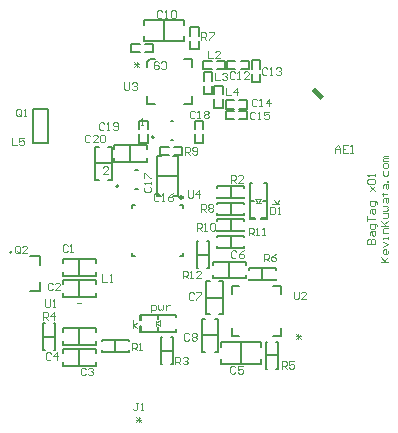
<source format=gto>
G04 Layer_Color=65535*
%FSLAX25Y25*%
%MOIN*%
G70*
G01*
G75*
%ADD36C,0.00600*%
%ADD44C,0.00000*%
%ADD45C,0.00787*%
%ADD46C,0.00984*%
%ADD47C,0.00394*%
%ADD48C,0.00591*%
%ADD49C,0.00500*%
%ADD50C,0.00250*%
G36*
X108Y8506D02*
X-1007Y7390D01*
X-4086Y10469D01*
X-2970Y11584D01*
X108Y8506D01*
D02*
G37*
D36*
X-81927Y-60478D02*
G03*
X-80927Y-60487I510J1093D01*
G01*
X-14217Y-57283D02*
Y-54783D01*
Y-71183D02*
Y-68683D01*
X-30617Y-71183D02*
X-28117D01*
X-30617Y-57283D02*
Y-54783D01*
X-16717D02*
X-14217D01*
X-16717Y-71183D02*
X-14217D01*
X-30617Y-54783D02*
X-28117D01*
X-30617Y-71183D02*
Y-68683D01*
X-96948Y-6842D02*
Y4358D01*
Y-6842D02*
X-91748D01*
Y4358D01*
X-96948D02*
X-91748D01*
D44*
X-103910Y-43396D02*
G03*
X-103910Y-43396I-394J0D01*
G01*
D45*
X-68420Y-21348D02*
G03*
X-68420Y-21348I-394J0D01*
G01*
X-56605Y-5124D02*
G03*
X-56605Y-5124I-394J0D01*
G01*
X-63782Y-28801D02*
Y-27718D01*
X-62699D01*
X-63782Y-44647D02*
Y-43565D01*
Y-44647D02*
X-62699D01*
X-47935D02*
X-46853D01*
Y-43565D01*
Y-28801D02*
Y-27718D01*
X-47935D02*
X-46853D01*
D46*
X-46951Y-25159D02*
G03*
X-46951Y-25159I-492J0D01*
G01*
D47*
X-55959Y-67088D02*
X-54581Y-66104D01*
Y-67088D02*
Y-66104D01*
X-55959Y-67088D02*
Y-66202D01*
Y-67974D02*
Y-67088D01*
X-54581Y-68072D02*
Y-67088D01*
X-55959D02*
X-54581Y-68072D01*
X-22702Y-25741D02*
X-21717Y-27119D01*
X-22702Y-25741D02*
X-21717D01*
X-22603Y-27119D02*
X-21717D01*
X-20831D01*
X-21717Y-25741D02*
X-20733D01*
X-21717Y-27119D02*
X-20733Y-25741D01*
D48*
X-55270Y-69844D02*
Y-68466D01*
Y-65710D02*
Y-64332D01*
X-49270Y-65088D02*
Y-64332D01*
X-61176D02*
X-49270D01*
X-60770Y-66088D02*
Y-64332D01*
Y-69844D02*
Y-68088D01*
X-61176Y-69844D02*
X-49270D01*
Y-69088D01*
X-61270Y-64332D02*
X-60770D01*
X-61270Y-66088D02*
Y-64332D01*
Y-66088D02*
X-60770D01*
X-61270Y-69844D02*
X-60770D01*
X-61270D02*
Y-68088D01*
X-60770D01*
X-20339Y-26430D02*
X-18961D01*
X-24473D02*
X-23095D01*
X-24473Y-20430D02*
X-23717D01*
X-24473Y-32335D02*
Y-20430D01*
Y-31930D02*
X-22717D01*
X-20717D02*
X-18961D01*
Y-32335D02*
Y-20430D01*
X-19717D02*
X-18961D01*
X-24473Y-32430D02*
Y-31930D01*
Y-32430D02*
X-22717D01*
Y-31930D01*
X-18961Y-32430D02*
Y-31930D01*
X-20717Y-32430D02*
X-18961D01*
X-20717D02*
Y-31930D01*
X-35454Y-25383D02*
Y-24883D01*
Y-25383D02*
X-26454D01*
Y-24883D01*
Y-21883D02*
Y-21383D01*
X-35454D02*
X-26454D01*
X-35454Y-21883D02*
Y-21383D01*
X-30953Y-25383D02*
Y-21383D01*
X-35454Y-30916D02*
Y-30416D01*
Y-30916D02*
X-26454D01*
Y-30416D01*
Y-27416D02*
Y-26916D01*
X-35454D02*
X-26454D01*
X-35454Y-27416D02*
Y-26916D01*
X-30953Y-30916D02*
Y-26916D01*
X-35454Y-36449D02*
Y-35949D01*
Y-36449D02*
X-26454D01*
Y-35949D01*
Y-32949D02*
Y-32449D01*
X-35454D02*
X-26454D01*
X-35454Y-32949D02*
Y-32449D01*
X-30953Y-36449D02*
Y-32449D01*
X-35454Y-41983D02*
Y-41483D01*
Y-41983D02*
X-26454D01*
Y-41483D01*
Y-38483D02*
Y-37983D01*
X-35454D02*
X-26454D01*
X-35454Y-38483D02*
Y-37983D01*
X-30953Y-41983D02*
Y-37983D01*
X-42317Y-39683D02*
X-41817D01*
X-42317Y-48683D02*
Y-39683D01*
Y-48683D02*
X-41817D01*
X-38817D02*
X-38317D01*
Y-39683D01*
X-38817D02*
X-38317D01*
X-42317Y-44183D02*
X-38317D01*
X-36872Y-52139D02*
Y-50958D01*
Y-52139D02*
X-25848D01*
Y-50958D01*
Y-47808D02*
Y-46627D01*
X-36872D02*
X-25848D01*
X-36872Y-47808D02*
Y-46627D01*
X-31360Y-52139D02*
Y-46627D01*
X-39173Y-53128D02*
X-37992D01*
X-39173Y-64152D02*
Y-53128D01*
Y-64152D02*
X-37992D01*
X-34843D02*
X-33661D01*
Y-53128D01*
X-34843D02*
X-33661D01*
X-39173Y-58640D02*
X-33661D01*
X-20481Y-52683D02*
Y-48683D01*
X-15981Y-52683D02*
Y-52183D01*
X-24981Y-52683D02*
X-15981D01*
X-24981D02*
Y-52183D01*
Y-49183D02*
Y-48683D01*
X-15981D01*
Y-49183D02*
Y-48683D01*
X-19217Y-77683D02*
X-15217D01*
X-19217Y-82183D02*
X-18717D01*
X-19217D02*
Y-73183D01*
X-18717D01*
X-15717D02*
X-15217D01*
Y-82183D02*
Y-73183D01*
X-15717Y-82183D02*
X-15217D01*
X-27417Y-80526D02*
Y-73439D01*
X-20724Y-75014D02*
Y-73439D01*
X-34110D02*
X-20724D01*
X-34110Y-75014D02*
Y-73439D01*
Y-80526D02*
Y-78951D01*
Y-80526D02*
X-20724D01*
Y-78951D01*
X-36242Y-76595D02*
X-35061D01*
Y-65571D01*
X-36242D02*
X-35061D01*
X-40573D02*
X-39392D01*
X-40573Y-76595D02*
Y-65571D01*
Y-76595D02*
X-39392D01*
X-40573Y-71083D02*
X-35061D01*
X-50817Y-80683D02*
X-50317D01*
Y-71683D01*
X-50817D02*
X-50317D01*
X-54317D02*
X-53817D01*
X-54317Y-80683D02*
Y-71683D01*
Y-80683D02*
X-53817D01*
X-54317Y-76183D02*
X-50317D01*
X-64917Y-73083D02*
Y-72583D01*
X-73917D02*
X-64917D01*
X-73917Y-73083D02*
Y-72583D01*
Y-76583D02*
Y-76083D01*
Y-76583D02*
X-64917D01*
Y-76083D01*
X-69417Y-76583D02*
Y-72583D01*
X-81417Y-58339D02*
Y-52827D01*
X-75906Y-58339D02*
Y-57157D01*
X-86929Y-58339D02*
X-75906D01*
X-86929D02*
Y-57157D01*
Y-54008D02*
Y-52827D01*
X-75906D01*
Y-54008D02*
Y-52827D01*
X-93417Y-71583D02*
X-89417D01*
X-93417Y-76083D02*
X-92917D01*
X-93417D02*
Y-67083D01*
X-92917D01*
X-89917D02*
X-89417D01*
Y-76083D02*
Y-67083D01*
X-89917Y-76083D02*
X-89417D01*
X-53117Y26974D02*
Y34061D01*
X-59810Y26974D02*
Y28549D01*
Y26974D02*
X-46424D01*
Y28549D01*
Y32486D02*
Y34061D01*
X-59810D02*
X-46424D01*
X-59810Y32486D02*
Y34061D01*
X-55661Y-17983D02*
X-48574D01*
X-50149Y-24676D02*
X-48574D01*
Y-11290D01*
X-50149D02*
X-48574D01*
X-55661D02*
X-54086D01*
X-55661Y-24676D02*
Y-11290D01*
Y-24676D02*
X-54086D01*
X-69929Y-13339D02*
Y-12157D01*
Y-13339D02*
X-58906D01*
Y-12157D01*
Y-9008D02*
Y-7827D01*
X-69929D02*
X-58906D01*
X-69929Y-9008D02*
Y-7827D01*
X-64417Y-13339D02*
Y-7827D01*
X-76073Y-8171D02*
X-74892D01*
X-76073Y-19195D02*
Y-8171D01*
Y-19195D02*
X-74892D01*
X-71742D02*
X-70561D01*
Y-8171D01*
X-71742D02*
X-70561D01*
X-76073Y-13683D02*
X-70561D01*
X-81417Y-51339D02*
Y-45827D01*
X-75906Y-51339D02*
Y-50157D01*
X-86929Y-51339D02*
X-75906D01*
X-86929D02*
Y-50157D01*
Y-47008D02*
Y-45827D01*
X-75906D01*
Y-47008D02*
Y-45827D01*
X-81417Y-81339D02*
Y-75827D01*
X-86929Y-77008D02*
Y-75827D01*
X-75906D01*
Y-77008D02*
Y-75827D01*
Y-81339D02*
Y-80158D01*
X-86929Y-81339D02*
X-75906D01*
X-86929D02*
Y-80158D01*
X-81417Y-74339D02*
Y-68827D01*
X-86929Y-70008D02*
Y-68827D01*
X-75906D01*
Y-70008D02*
Y-68827D01*
Y-74339D02*
Y-73158D01*
X-86929Y-74339D02*
X-75906D01*
X-86929D02*
Y-73158D01*
D49*
X-97808Y-44774D02*
X-94658D01*
X-97808Y-56191D02*
X-94658D01*
Y-53435D01*
Y-47530D02*
Y-44774D01*
X-62711Y-22332D02*
X-61924D01*
X-62711Y-16033D02*
X-61924D01*
X-50896Y-6108D02*
X-50109D01*
X-50896Y191D02*
X-50109D01*
X-43017Y-6883D02*
Y-4083D01*
X-40217Y-6883D02*
Y-4083D01*
Y-2383D02*
Y417D01*
X-43017Y-2383D02*
Y417D01*
Y-6883D02*
X-40217D01*
X-43017Y417D02*
X-40217D01*
X-61417Y-6883D02*
Y-4083D01*
X-58617Y-6883D02*
Y-4083D01*
Y-2383D02*
Y417D01*
X-61417Y-2383D02*
Y417D01*
Y-6883D02*
X-58617D01*
X-61417Y417D02*
X-58617D01*
X-59617Y23317D02*
X-56817D01*
X-59617Y26117D02*
X-56817D01*
X-64117D02*
X-61317D01*
X-64117Y23317D02*
X-61317D01*
X-56817D02*
Y26117D01*
X-64117Y23317D02*
Y26117D01*
X-28173Y4461D02*
X-25373D01*
X-28173Y7261D02*
X-25373D01*
X-32673D02*
X-29873D01*
X-32673Y4461D02*
X-29873D01*
X-25373D02*
Y7261D01*
X-32673Y4461D02*
Y7261D01*
X-28173Y961D02*
X-25373D01*
X-28173Y3761D02*
X-25373D01*
X-32673D02*
X-29873D01*
X-32673Y961D02*
X-29873D01*
X-25373D02*
Y3761D01*
X-32673Y961D02*
Y3761D01*
X-21110Y17824D02*
Y20624D01*
X-23910Y17824D02*
Y20624D01*
Y13324D02*
Y16124D01*
X-21110Y13324D02*
Y16124D01*
X-23910Y20624D02*
X-21110D01*
X-23910Y13324D02*
X-21110D01*
X-27673Y17524D02*
X-24873D01*
X-27673Y20324D02*
X-24873D01*
X-32173D02*
X-29373D01*
X-32173Y17524D02*
X-29373D01*
X-24873D02*
Y20324D01*
X-32173Y17524D02*
Y20324D01*
X-37110Y13761D02*
Y16561D01*
X-39910Y13761D02*
Y16561D01*
Y9261D02*
Y12061D01*
X-37110Y9261D02*
Y12061D01*
X-39910Y16561D02*
X-37110D01*
X-39910Y9261D02*
X-37110D01*
X-36410Y4724D02*
Y7524D01*
X-33610Y4724D02*
Y7524D01*
Y9224D02*
Y12024D01*
X-36410Y9224D02*
Y12024D01*
Y4724D02*
X-33610D01*
X-36410Y12024D02*
X-33610D01*
X-40147Y20324D02*
X-37347D01*
X-40147Y17524D02*
X-37347D01*
X-35647D02*
X-32847D01*
X-35647Y20324D02*
X-32847D01*
X-40147Y17524D02*
Y20324D01*
X-32847Y17524D02*
Y20324D01*
X-54454Y-8283D02*
X-51654D01*
X-54454Y-11083D02*
X-51654D01*
X-49954D02*
X-47154D01*
X-49954Y-8283D02*
X-47154D01*
X-54454Y-11083D02*
Y-8283D01*
X-47154Y-11083D02*
Y-8283D01*
X-44410Y24224D02*
Y27024D01*
X-41610Y24224D02*
Y27024D01*
Y28724D02*
Y31524D01*
X-44410Y28724D02*
Y31524D01*
Y24224D02*
X-41610D01*
X-44410Y31524D02*
X-41610D01*
X-58778Y18346D02*
Y20117D01*
Y5964D02*
Y8503D01*
Y5964D02*
X-56239D01*
X-46396D02*
X-43857D01*
Y8503D01*
Y18346D02*
Y20885D01*
X-46396D02*
X-43857D01*
X-58010D02*
X-56239D01*
X-58778Y20117D02*
X-58010Y20885D01*
D50*
X14619Y-40610D02*
X17118D01*
Y-39361D01*
X16702Y-38944D01*
X16285D01*
X15869Y-39361D01*
Y-40610D01*
Y-39361D01*
X15452Y-38944D01*
X15036D01*
X14619Y-39361D01*
Y-40610D01*
X15452Y-37695D02*
Y-36862D01*
X15869Y-36445D01*
X17118D01*
Y-37695D01*
X16702Y-38111D01*
X16285Y-37695D01*
Y-36445D01*
X17951Y-34779D02*
Y-34362D01*
X17535Y-33946D01*
X15452D01*
Y-35195D01*
X15869Y-35612D01*
X16702D01*
X17118Y-35195D01*
Y-33946D01*
X14619Y-33113D02*
Y-31447D01*
Y-32280D01*
X17118D01*
X15452Y-30197D02*
Y-29364D01*
X15869Y-28947D01*
X17118D01*
Y-30197D01*
X16702Y-30613D01*
X16285Y-30197D01*
Y-28947D01*
X17951Y-27281D02*
Y-26865D01*
X17535Y-26448D01*
X15452D01*
Y-27698D01*
X15869Y-28114D01*
X16702D01*
X17118Y-27698D01*
Y-26448D01*
X15452Y-23116D02*
X17118Y-21450D01*
X16285Y-22283D01*
X15452Y-21450D01*
X17118Y-23116D01*
X15036Y-20617D02*
X14619Y-20200D01*
Y-19367D01*
X15036Y-18951D01*
X16702D01*
X17118Y-19367D01*
Y-20200D01*
X16702Y-20617D01*
X15036D01*
X17118Y-18118D02*
Y-17285D01*
Y-17701D01*
X14619D01*
X15036Y-18118D01*
X19051Y-46650D02*
X21551D01*
X20717D01*
X19051Y-44984D01*
X20301Y-46233D01*
X21551Y-44984D01*
Y-42901D02*
Y-43734D01*
X21134Y-44151D01*
X20301D01*
X19884Y-43734D01*
Y-42901D01*
X20301Y-42485D01*
X20717D01*
Y-44151D01*
X19884Y-41652D02*
X21551Y-40819D01*
X19884Y-39985D01*
X21551Y-39152D02*
Y-38319D01*
Y-38736D01*
X19884D01*
Y-39152D01*
X21551Y-37070D02*
X19884D01*
Y-35820D01*
X20301Y-35404D01*
X21551D01*
X19051Y-34571D02*
X21551D01*
X20717D01*
X19051Y-32904D01*
X20301Y-34154D01*
X21551Y-32904D01*
X19884Y-32071D02*
X21134D01*
X21551Y-31655D01*
Y-30405D01*
X19884D01*
Y-29572D02*
X21134D01*
X21551Y-29156D01*
X21134Y-28739D01*
X21551Y-28323D01*
X21134Y-27906D01*
X19884D01*
Y-26656D02*
Y-25823D01*
X20301Y-25407D01*
X21551D01*
Y-26656D01*
X21134Y-27073D01*
X20717Y-26656D01*
Y-25407D01*
X19468Y-24157D02*
X19884D01*
Y-24574D01*
Y-23741D01*
Y-24157D01*
X21134D01*
X21551Y-23741D01*
X19884Y-22075D02*
Y-21242D01*
X20301Y-20825D01*
X21551D01*
Y-22075D01*
X21134Y-22491D01*
X20717Y-22075D01*
Y-20825D01*
X21551Y-19992D02*
X21134D01*
Y-19575D01*
X21551D01*
Y-19992D01*
X19884Y-16243D02*
Y-17493D01*
X20301Y-17909D01*
X21134D01*
X21551Y-17493D01*
Y-16243D01*
Y-14994D02*
Y-14161D01*
X21134Y-13744D01*
X20301D01*
X19884Y-14161D01*
Y-14994D01*
X20301Y-15410D01*
X21134D01*
X21551Y-14994D01*
Y-12911D02*
X19884D01*
Y-12494D01*
X20301Y-12078D01*
X21551D01*
X20301D01*
X19884Y-11661D01*
X20301Y-11245D01*
X21551D01*
X-57600Y-63433D02*
Y-60934D01*
X-56350D01*
X-55934Y-61350D01*
Y-62183D01*
X-56350Y-62600D01*
X-57600D01*
X-55101Y-60934D02*
Y-62183D01*
X-54684Y-62600D01*
X-54268Y-62183D01*
X-53851Y-62600D01*
X-53435Y-62183D01*
Y-60934D01*
X-52602D02*
Y-62600D01*
Y-61767D01*
X-52185Y-61350D01*
X-51769Y-60934D01*
X-51352D01*
X-62483Y-100100D02*
X-60817Y-98434D01*
Y-100100D02*
X-62483Y-98434D01*
X-61650Y-100100D02*
Y-98434D01*
X-60817Y-99267D02*
X-62483D01*
X-63183Y18400D02*
X-61516Y20066D01*
Y18400D02*
X-63183Y20066D01*
X-62350Y18400D02*
Y20066D01*
X-61516Y19233D02*
X-63183D01*
X-14700Y-27200D02*
X-17199D01*
X-15533D02*
X-16366Y-25950D01*
X-15533Y-27200D02*
X-14700Y-25950D01*
X-17800Y-28301D02*
Y-30800D01*
X-16550D01*
X-16134Y-30384D01*
Y-28717D01*
X-16550Y-28301D01*
X-17800D01*
X-15301Y-30800D02*
X-14468D01*
X-14884D01*
Y-28301D01*
X-15301Y-28717D01*
X-31000Y-20200D02*
Y-17701D01*
X-29750D01*
X-29334Y-18117D01*
Y-18950D01*
X-29750Y-19367D01*
X-31000D01*
X-30167D02*
X-29334Y-20200D01*
X-26835D02*
X-28501D01*
X-26835Y-18534D01*
Y-18117D01*
X-27251Y-17701D01*
X-28084D01*
X-28501Y-18117D01*
X-40900Y-29900D02*
Y-27401D01*
X-39650D01*
X-39234Y-27817D01*
Y-28650D01*
X-39650Y-29067D01*
X-40900D01*
X-40067D02*
X-39234Y-29900D01*
X-38401Y-27817D02*
X-37984Y-27401D01*
X-37151D01*
X-36735Y-27817D01*
Y-28234D01*
X-37151Y-28650D01*
X-36735Y-29067D01*
Y-29484D01*
X-37151Y-29900D01*
X-37984D01*
X-38401Y-29484D01*
Y-29067D01*
X-37984Y-28650D01*
X-38401Y-28234D01*
Y-27817D01*
X-37984Y-28650D02*
X-37151D01*
X-42317Y-36183D02*
Y-33683D01*
X-41068D01*
X-40651Y-34100D01*
Y-34933D01*
X-41068Y-35350D01*
X-42317D01*
X-41484D02*
X-40651Y-36183D01*
X-39818D02*
X-38985D01*
X-39402D01*
Y-33683D01*
X-39818Y-34100D01*
X-37736D02*
X-37319Y-33683D01*
X-36486D01*
X-36069Y-34100D01*
Y-35766D01*
X-36486Y-36183D01*
X-37319D01*
X-37736Y-35766D01*
Y-34100D01*
X-25000Y-37800D02*
Y-35301D01*
X-23750D01*
X-23334Y-35717D01*
Y-36550D01*
X-23750Y-36967D01*
X-25000D01*
X-24167D02*
X-23334Y-37800D01*
X-22501D02*
X-21668D01*
X-22084D01*
Y-35301D01*
X-22501Y-35717D01*
X-20418Y-37800D02*
X-19585D01*
X-20002D01*
Y-35301D01*
X-20418Y-35717D01*
X-47000Y-52100D02*
Y-49601D01*
X-45750D01*
X-45334Y-50017D01*
Y-50850D01*
X-45750Y-51267D01*
X-47000D01*
X-46167D02*
X-45334Y-52100D01*
X-44501D02*
X-43668D01*
X-44084D01*
Y-49601D01*
X-44501Y-50017D01*
X-40752Y-52100D02*
X-42418D01*
X-40752Y-50434D01*
Y-50017D01*
X-41168Y-49601D01*
X-42002D01*
X-42418Y-50017D01*
X-29034Y-43217D02*
X-29450Y-42801D01*
X-30283D01*
X-30700Y-43217D01*
Y-44883D01*
X-30283Y-45300D01*
X-29450D01*
X-29034Y-44883D01*
X-26535Y-42801D02*
X-27368Y-43217D01*
X-28201Y-44050D01*
Y-44883D01*
X-27784Y-45300D01*
X-26951D01*
X-26535Y-44883D01*
Y-44467D01*
X-26951Y-44050D01*
X-28201D01*
X-9300Y-70617D02*
X-7634Y-72284D01*
X-9300D02*
X-7634Y-70617D01*
X-9300Y-71450D02*
X-7634D01*
X-8467Y-72284D02*
Y-70617D01*
X-10000Y-56601D02*
Y-58684D01*
X-9584Y-59100D01*
X-8750D01*
X-8334Y-58684D01*
Y-56601D01*
X-5835Y-59100D02*
X-7501D01*
X-5835Y-57434D01*
Y-57017D01*
X-6251Y-56601D01*
X-7084D01*
X-7501Y-57017D01*
X-43234Y-57217D02*
X-43650Y-56801D01*
X-44484D01*
X-44900Y-57217D01*
Y-58884D01*
X-44484Y-59300D01*
X-43650D01*
X-43234Y-58884D01*
X-42401Y-56801D02*
X-40735D01*
Y-57217D01*
X-42401Y-58884D01*
Y-59300D01*
X-19900Y-46400D02*
Y-43901D01*
X-18650D01*
X-18234Y-44317D01*
Y-45150D01*
X-18650Y-45567D01*
X-19900D01*
X-19067D02*
X-18234Y-46400D01*
X-15735Y-43901D02*
X-16568Y-44317D01*
X-17401Y-45150D01*
Y-45983D01*
X-16984Y-46400D01*
X-16151D01*
X-15735Y-45983D01*
Y-45567D01*
X-16151Y-45150D01*
X-17401D01*
X-14000Y-82200D02*
Y-79701D01*
X-12750D01*
X-12334Y-80117D01*
Y-80950D01*
X-12750Y-81367D01*
X-14000D01*
X-13167D02*
X-12334Y-82200D01*
X-9835Y-79701D02*
X-11501D01*
Y-80950D01*
X-10668Y-80534D01*
X-10251D01*
X-9835Y-80950D01*
Y-81783D01*
X-10251Y-82200D01*
X-11084D01*
X-11501Y-81783D01*
X-29434Y-81817D02*
X-29850Y-81401D01*
X-30683D01*
X-31100Y-81817D01*
Y-83483D01*
X-30683Y-83900D01*
X-29850D01*
X-29434Y-83483D01*
X-26935Y-81401D02*
X-28601D01*
Y-82650D01*
X-27768Y-82234D01*
X-27351D01*
X-26935Y-82650D01*
Y-83483D01*
X-27351Y-83900D01*
X-28184D01*
X-28601Y-83483D01*
X-44834Y-70817D02*
X-45250Y-70401D01*
X-46084D01*
X-46500Y-70817D01*
Y-72483D01*
X-46084Y-72900D01*
X-45250D01*
X-44834Y-72483D01*
X-44001Y-70817D02*
X-43584Y-70401D01*
X-42751D01*
X-42335Y-70817D01*
Y-71234D01*
X-42751Y-71650D01*
X-42335Y-72067D01*
Y-72483D01*
X-42751Y-72900D01*
X-43584D01*
X-44001Y-72483D01*
Y-72067D01*
X-43584Y-71650D01*
X-44001Y-71234D01*
Y-70817D01*
X-43584Y-71650D02*
X-42751D01*
X-63400Y-68600D02*
Y-66101D01*
Y-67767D02*
X-62150Y-66934D01*
X-63400Y-67767D02*
X-62150Y-68600D01*
X-49500Y-80800D02*
Y-78301D01*
X-48250D01*
X-47834Y-78717D01*
Y-79550D01*
X-48250Y-79967D01*
X-49500D01*
X-48667D02*
X-47834Y-80800D01*
X-47001Y-78717D02*
X-46584Y-78301D01*
X-45751D01*
X-45335Y-78717D01*
Y-79134D01*
X-45751Y-79550D01*
X-46168D01*
X-45751D01*
X-45335Y-79967D01*
Y-80383D01*
X-45751Y-80800D01*
X-46584D01*
X-47001Y-80383D01*
X-61834Y-93501D02*
X-62667D01*
X-62250D01*
Y-95583D01*
X-62667Y-96000D01*
X-63083D01*
X-63500Y-95583D01*
X-61001Y-96000D02*
X-60168D01*
X-60584D01*
Y-93501D01*
X-61001Y-93917D01*
X-64000Y-76100D02*
Y-73601D01*
X-62750D01*
X-62334Y-74017D01*
Y-74850D01*
X-62750Y-75267D01*
X-64000D01*
X-63167D02*
X-62334Y-76100D01*
X-61501D02*
X-60668D01*
X-61084D01*
Y-73601D01*
X-61501Y-74017D01*
X-90334Y-53917D02*
X-90750Y-53501D01*
X-91584D01*
X-92000Y-53917D01*
Y-55584D01*
X-91584Y-56000D01*
X-90750D01*
X-90334Y-55584D01*
X-87835Y-56000D02*
X-89501D01*
X-87835Y-54334D01*
Y-53917D01*
X-88251Y-53501D01*
X-89084D01*
X-89501Y-53917D01*
X-92835Y-59101D02*
Y-61184D01*
X-92418Y-61600D01*
X-91585D01*
X-91168Y-61184D01*
Y-59101D01*
X-90336Y-61600D02*
X-89502D01*
X-89919D01*
Y-59101D01*
X-90336Y-59517D01*
X-93600Y-65900D02*
Y-63401D01*
X-92350D01*
X-91934Y-63817D01*
Y-64650D01*
X-92350Y-65067D01*
X-93600D01*
X-92767D02*
X-91934Y-65900D01*
X-89851D02*
Y-63401D01*
X-91101Y-64650D01*
X-89435D01*
X-101234Y-43284D02*
Y-41617D01*
X-101650Y-41201D01*
X-102483D01*
X-102900Y-41617D01*
Y-43284D01*
X-102483Y-43700D01*
X-101650D01*
X-102067Y-42867D02*
X-101234Y-43700D01*
X-101650D02*
X-101234Y-43284D01*
X-98735Y-43700D02*
X-100401D01*
X-98735Y-42034D01*
Y-41617D01*
X-99151Y-41201D01*
X-99984D01*
X-100401Y-41617D01*
X-104000Y-5301D02*
Y-7800D01*
X-102334D01*
X-99835Y-5301D02*
X-101501D01*
Y-6550D01*
X-100668Y-6134D01*
X-100251D01*
X-99835Y-6550D01*
Y-7384D01*
X-100251Y-7800D01*
X-101084D01*
X-101501Y-7384D01*
X-53834Y36783D02*
X-54250Y37199D01*
X-55084D01*
X-55500Y36783D01*
Y35116D01*
X-55084Y34700D01*
X-54250D01*
X-53834Y35116D01*
X-53001Y34700D02*
X-52168D01*
X-52584D01*
Y37199D01*
X-53001Y36783D01*
X-50918D02*
X-50502Y37199D01*
X-49668D01*
X-49252Y36783D01*
Y35116D01*
X-49668Y34700D01*
X-50502D01*
X-50918Y35116D01*
Y36783D01*
X3900Y-10200D02*
Y-8534D01*
X4733Y-7701D01*
X5566Y-8534D01*
Y-10200D01*
Y-8950D01*
X3900D01*
X8065Y-7701D02*
X6399D01*
Y-10200D01*
X8065D01*
X6399Y-8950D02*
X7232D01*
X8898Y-10200D02*
X9731D01*
X9315D01*
Y-7701D01*
X8898Y-8117D01*
X-54834Y-24217D02*
X-55250Y-23801D01*
X-56084D01*
X-56500Y-24217D01*
Y-25883D01*
X-56084Y-26300D01*
X-55250D01*
X-54834Y-25883D01*
X-54001Y-26300D02*
X-53168D01*
X-53584D01*
Y-23801D01*
X-54001Y-24217D01*
X-50252Y-23801D02*
X-51085Y-24217D01*
X-51918Y-25050D01*
Y-25883D01*
X-51502Y-26300D01*
X-50669D01*
X-50252Y-25883D01*
Y-25467D01*
X-50669Y-25050D01*
X-51918D01*
X-73034Y-517D02*
X-73450Y-101D01*
X-74283D01*
X-74700Y-517D01*
Y-2183D01*
X-74283Y-2600D01*
X-73450D01*
X-73034Y-2183D01*
X-72201Y-2600D02*
X-71368D01*
X-71784D01*
Y-101D01*
X-72201Y-517D01*
X-70118Y-2183D02*
X-69702Y-2600D01*
X-68869D01*
X-68452Y-2183D01*
Y-517D01*
X-68869Y-101D01*
X-69702D01*
X-70118Y-517D01*
Y-934D01*
X-69702Y-1350D01*
X-68452D01*
X-77834Y-4717D02*
X-78250Y-4301D01*
X-79084D01*
X-79500Y-4717D01*
Y-6384D01*
X-79084Y-6800D01*
X-78250D01*
X-77834Y-6384D01*
X-75335Y-6800D02*
X-77001D01*
X-75335Y-5134D01*
Y-4717D01*
X-75751Y-4301D01*
X-76584D01*
X-77001Y-4717D01*
X-74502D02*
X-74085Y-4301D01*
X-73252D01*
X-72835Y-4717D01*
Y-6384D01*
X-73252Y-6800D01*
X-74085D01*
X-74502Y-6384D01*
Y-4717D01*
X-100734Y2417D02*
Y4083D01*
X-101150Y4499D01*
X-101983D01*
X-102400Y4083D01*
Y2417D01*
X-101983Y2000D01*
X-101150D01*
X-101567Y2833D02*
X-100734Y2000D01*
X-101150D02*
X-100734Y2417D01*
X-99901Y2000D02*
X-99068D01*
X-99484D01*
Y4499D01*
X-99901Y4083D01*
X-71851Y-17283D02*
X-73517D01*
X-71851Y-15617D01*
Y-15200D01*
X-72268Y-14784D01*
X-73101D01*
X-73517Y-15200D01*
X-60917Y-1083D02*
X-60084D01*
X-60501D01*
Y1417D01*
X-60917Y1000D01*
X-73817Y-50683D02*
Y-53183D01*
X-72151D01*
X-71318D02*
X-70485D01*
X-70902D01*
Y-50683D01*
X-71318Y-51100D01*
X-85351Y-41200D02*
X-85768Y-40784D01*
X-86601D01*
X-87017Y-41200D01*
Y-42866D01*
X-86601Y-43283D01*
X-85768D01*
X-85351Y-42866D01*
X-84518Y-43283D02*
X-83685D01*
X-84102D01*
Y-40784D01*
X-84518Y-41200D01*
X-45200Y-22701D02*
Y-24783D01*
X-44783Y-25200D01*
X-43950D01*
X-43534Y-24783D01*
Y-22701D01*
X-41451Y-25200D02*
Y-22701D01*
X-42701Y-23950D01*
X-41035D01*
X-42934Y3383D02*
X-43350Y3799D01*
X-44183D01*
X-44600Y3383D01*
Y1716D01*
X-44183Y1300D01*
X-43350D01*
X-42934Y1716D01*
X-42101Y1300D02*
X-41268D01*
X-41684D01*
Y3799D01*
X-42101Y3383D01*
X-40018D02*
X-39602Y3799D01*
X-38769D01*
X-38352Y3383D01*
Y2966D01*
X-38769Y2550D01*
X-38352Y2133D01*
Y1716D01*
X-38769Y1300D01*
X-39602D01*
X-40018Y1716D01*
Y2133D01*
X-39602Y2550D01*
X-40018Y2966D01*
Y3383D01*
X-39602Y2550D02*
X-38769D01*
X-59600Y-21580D02*
X-60017Y-21996D01*
Y-22829D01*
X-59600Y-23246D01*
X-57934D01*
X-57517Y-22829D01*
Y-21996D01*
X-57934Y-21580D01*
X-57517Y-20746D02*
Y-19913D01*
Y-20330D01*
X-60017D01*
X-59600Y-20746D01*
X-60017Y-18664D02*
Y-16998D01*
X-59600D01*
X-57934Y-18664D01*
X-57517D01*
X-54120Y18135D02*
X-53704Y17718D01*
X-52871D01*
X-52454Y18135D01*
Y19801D01*
X-52871Y20217D01*
X-53704D01*
X-54120Y19801D01*
X-54953D02*
X-55370Y20217D01*
X-56203D01*
X-56620Y19801D01*
Y18135D01*
X-56203Y17718D01*
X-55370D01*
X-54953Y18135D01*
Y18551D01*
X-55370Y18968D01*
X-56620D01*
X-22234Y7283D02*
X-22650Y7699D01*
X-23483D01*
X-23900Y7283D01*
Y5616D01*
X-23483Y5200D01*
X-22650D01*
X-22234Y5616D01*
X-21401Y5200D02*
X-20568D01*
X-20984D01*
Y7699D01*
X-21401Y7283D01*
X-18068Y5200D02*
Y7699D01*
X-19318Y6450D01*
X-17652D01*
X-22734Y3083D02*
X-23150Y3499D01*
X-23983D01*
X-24400Y3083D01*
Y1417D01*
X-23983Y1000D01*
X-23150D01*
X-22734Y1417D01*
X-21901Y1000D02*
X-21068D01*
X-21484D01*
Y3499D01*
X-21901Y3083D01*
X-18152Y3499D02*
X-19818D01*
Y2250D01*
X-18985Y2666D01*
X-18568D01*
X-18152Y2250D01*
Y1417D01*
X-18568Y1000D01*
X-19402D01*
X-19818Y1417D01*
X-18734Y17783D02*
X-19150Y18199D01*
X-19984D01*
X-20400Y17783D01*
Y16116D01*
X-19984Y15700D01*
X-19150D01*
X-18734Y16116D01*
X-17901Y15700D02*
X-17068D01*
X-17484D01*
Y18199D01*
X-17901Y17783D01*
X-15818D02*
X-15402Y18199D01*
X-14569D01*
X-14152Y17783D01*
Y17366D01*
X-14569Y16950D01*
X-14985D01*
X-14569D01*
X-14152Y16533D01*
Y16116D01*
X-14569Y15700D01*
X-15402D01*
X-15818Y16116D01*
X-29534Y16483D02*
X-29950Y16899D01*
X-30784D01*
X-31200Y16483D01*
Y14817D01*
X-30784Y14400D01*
X-29950D01*
X-29534Y14817D01*
X-28701Y14400D02*
X-27868D01*
X-28284D01*
Y16899D01*
X-28701Y16483D01*
X-24952Y14400D02*
X-26618D01*
X-24952Y16066D01*
Y16483D01*
X-25368Y16899D01*
X-26202D01*
X-26618Y16483D01*
X-36200Y16499D02*
Y14000D01*
X-34534D01*
X-33701Y16083D02*
X-33284Y16499D01*
X-32451D01*
X-32035Y16083D01*
Y15666D01*
X-32451Y15250D01*
X-32868D01*
X-32451D01*
X-32035Y14833D01*
Y14416D01*
X-32451Y14000D01*
X-33284D01*
X-33701Y14416D01*
X-32600Y11399D02*
Y8900D01*
X-30934D01*
X-28851D02*
Y11399D01*
X-30101Y10150D01*
X-28435D01*
X-38600Y23699D02*
Y21200D01*
X-36934D01*
X-34435D02*
X-36101D01*
X-34435Y22866D01*
Y23283D01*
X-34851Y23699D01*
X-35684D01*
X-36101Y23283D01*
X-46200Y-10900D02*
Y-8401D01*
X-44950D01*
X-44534Y-8817D01*
Y-9650D01*
X-44950Y-10067D01*
X-46200D01*
X-45367D02*
X-44534Y-10900D01*
X-43701Y-10484D02*
X-43284Y-10900D01*
X-42451D01*
X-42035Y-10484D01*
Y-8817D01*
X-42451Y-8401D01*
X-43284D01*
X-43701Y-8817D01*
Y-9234D01*
X-43284Y-9650D01*
X-42035D01*
X-40700Y27400D02*
Y29899D01*
X-39450D01*
X-39034Y29483D01*
Y28650D01*
X-39450Y28233D01*
X-40700D01*
X-39867D02*
X-39034Y27400D01*
X-38201Y29899D02*
X-36535D01*
Y29483D01*
X-38201Y27817D01*
Y27400D01*
X-66400Y13199D02*
Y11117D01*
X-65983Y10700D01*
X-65150D01*
X-64734Y11117D01*
Y13199D01*
X-63901Y12783D02*
X-63484Y13199D01*
X-62651D01*
X-62235Y12783D01*
Y12366D01*
X-62651Y11950D01*
X-63068D01*
X-62651D01*
X-62235Y11533D01*
Y11117D01*
X-62651Y10700D01*
X-63484D01*
X-63901Y11117D01*
X-79334Y-82317D02*
X-79750Y-81901D01*
X-80584D01*
X-81000Y-82317D01*
Y-83983D01*
X-80584Y-84400D01*
X-79750D01*
X-79334Y-83983D01*
X-78501Y-82317D02*
X-78084Y-81901D01*
X-77251D01*
X-76835Y-82317D01*
Y-82734D01*
X-77251Y-83150D01*
X-77668D01*
X-77251D01*
X-76835Y-83567D01*
Y-83983D01*
X-77251Y-84400D01*
X-78084D01*
X-78501Y-83983D01*
X-90934Y-77217D02*
X-91350Y-76801D01*
X-92184D01*
X-92600Y-77217D01*
Y-78883D01*
X-92184Y-79300D01*
X-91350D01*
X-90934Y-78883D01*
X-88851Y-79300D02*
Y-76801D01*
X-90101Y-78050D01*
X-88435D01*
M02*

</source>
